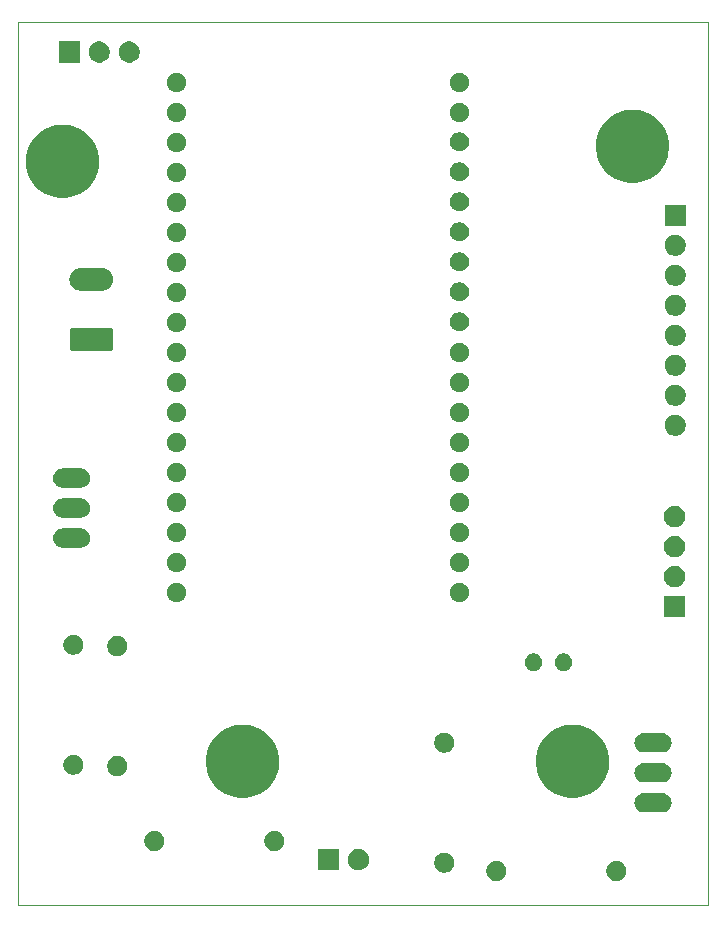
<source format=gbr>
G04 #@! TF.GenerationSoftware,KiCad,Pcbnew,5.1.5+dfsg1-2build2*
G04 #@! TF.CreationDate,2020-10-23T17:48:02-04:00*
G04 #@! TF.ProjectId,placa_manutencao_preventiva,706c6163-615f-46d6-916e-7574656e6361,rev?*
G04 #@! TF.SameCoordinates,Original*
G04 #@! TF.FileFunction,Soldermask,Bot*
G04 #@! TF.FilePolarity,Negative*
%FSLAX46Y46*%
G04 Gerber Fmt 4.6, Leading zero omitted, Abs format (unit mm)*
G04 Created by KiCad (PCBNEW 5.1.5+dfsg1-2build2) date 2020-10-23 17:48:02*
%MOMM*%
%LPD*%
G04 APERTURE LIST*
%ADD10C,0.050000*%
%ADD11C,0.100000*%
G04 APERTURE END LIST*
D10*
X77673200Y-14935200D02*
X77673200Y-15290800D01*
X77876400Y-14935200D02*
X77673200Y-14935200D01*
X136093200Y-14935200D02*
X77876400Y-14935200D01*
X136093200Y-89662000D02*
X136093200Y-14935200D01*
X77673200Y-89662000D02*
X136093200Y-89662000D01*
X77673200Y-15290800D02*
X77673200Y-89662000D01*
D11*
G36*
X128619828Y-85998903D02*
G01*
X128774700Y-86063053D01*
X128914081Y-86156185D01*
X129032615Y-86274719D01*
X129125747Y-86414100D01*
X129189897Y-86568972D01*
X129222600Y-86733384D01*
X129222600Y-86901016D01*
X129189897Y-87065428D01*
X129125747Y-87220300D01*
X129032615Y-87359681D01*
X128914081Y-87478215D01*
X128774700Y-87571347D01*
X128619828Y-87635497D01*
X128455416Y-87668200D01*
X128287784Y-87668200D01*
X128123372Y-87635497D01*
X127968500Y-87571347D01*
X127829119Y-87478215D01*
X127710585Y-87359681D01*
X127617453Y-87220300D01*
X127553303Y-87065428D01*
X127520600Y-86901016D01*
X127520600Y-86733384D01*
X127553303Y-86568972D01*
X127617453Y-86414100D01*
X127710585Y-86274719D01*
X127829119Y-86156185D01*
X127968500Y-86063053D01*
X128123372Y-85998903D01*
X128287784Y-85966200D01*
X128455416Y-85966200D01*
X128619828Y-85998903D01*
G37*
G36*
X118459828Y-85998903D02*
G01*
X118614700Y-86063053D01*
X118754081Y-86156185D01*
X118872615Y-86274719D01*
X118965747Y-86414100D01*
X119029897Y-86568972D01*
X119062600Y-86733384D01*
X119062600Y-86901016D01*
X119029897Y-87065428D01*
X118965747Y-87220300D01*
X118872615Y-87359681D01*
X118754081Y-87478215D01*
X118614700Y-87571347D01*
X118459828Y-87635497D01*
X118295416Y-87668200D01*
X118127784Y-87668200D01*
X117963372Y-87635497D01*
X117808500Y-87571347D01*
X117669119Y-87478215D01*
X117550585Y-87359681D01*
X117457453Y-87220300D01*
X117393303Y-87065428D01*
X117360600Y-86901016D01*
X117360600Y-86733384D01*
X117393303Y-86568972D01*
X117457453Y-86414100D01*
X117550585Y-86274719D01*
X117669119Y-86156185D01*
X117808500Y-86063053D01*
X117963372Y-85998903D01*
X118127784Y-85966200D01*
X118295416Y-85966200D01*
X118459828Y-85998903D01*
G37*
G36*
X114040228Y-85287703D02*
G01*
X114195100Y-85351853D01*
X114334481Y-85444985D01*
X114453015Y-85563519D01*
X114546147Y-85702900D01*
X114610297Y-85857772D01*
X114643000Y-86022184D01*
X114643000Y-86189816D01*
X114610297Y-86354228D01*
X114546147Y-86509100D01*
X114453015Y-86648481D01*
X114334481Y-86767015D01*
X114195100Y-86860147D01*
X114040228Y-86924297D01*
X113875816Y-86957000D01*
X113708184Y-86957000D01*
X113543772Y-86924297D01*
X113388900Y-86860147D01*
X113249519Y-86767015D01*
X113130985Y-86648481D01*
X113037853Y-86509100D01*
X112973703Y-86354228D01*
X112941000Y-86189816D01*
X112941000Y-86022184D01*
X112973703Y-85857772D01*
X113037853Y-85702900D01*
X113130985Y-85563519D01*
X113249519Y-85444985D01*
X113388900Y-85351853D01*
X113543772Y-85287703D01*
X113708184Y-85255000D01*
X113875816Y-85255000D01*
X114040228Y-85287703D01*
G37*
G36*
X106641112Y-84955927D02*
G01*
X106790412Y-84985624D01*
X106954384Y-85053544D01*
X107101954Y-85152147D01*
X107227453Y-85277646D01*
X107326056Y-85425216D01*
X107393976Y-85589188D01*
X107428600Y-85763259D01*
X107428600Y-85940741D01*
X107393976Y-86114812D01*
X107326056Y-86278784D01*
X107227453Y-86426354D01*
X107101954Y-86551853D01*
X106954384Y-86650456D01*
X106790412Y-86718376D01*
X106641112Y-86748073D01*
X106616342Y-86753000D01*
X106438858Y-86753000D01*
X106414088Y-86748073D01*
X106264788Y-86718376D01*
X106100816Y-86650456D01*
X105953246Y-86551853D01*
X105827747Y-86426354D01*
X105729144Y-86278784D01*
X105661224Y-86114812D01*
X105626600Y-85940741D01*
X105626600Y-85763259D01*
X105661224Y-85589188D01*
X105729144Y-85425216D01*
X105827747Y-85277646D01*
X105953246Y-85152147D01*
X106100816Y-85053544D01*
X106264788Y-84985624D01*
X106414088Y-84955927D01*
X106438858Y-84951000D01*
X106616342Y-84951000D01*
X106641112Y-84955927D01*
G37*
G36*
X104888600Y-86753000D02*
G01*
X103086600Y-86753000D01*
X103086600Y-84951000D01*
X104888600Y-84951000D01*
X104888600Y-86753000D01*
G37*
G36*
X99663828Y-83458903D02*
G01*
X99818700Y-83523053D01*
X99958081Y-83616185D01*
X100076615Y-83734719D01*
X100169747Y-83874100D01*
X100233897Y-84028972D01*
X100266600Y-84193384D01*
X100266600Y-84361016D01*
X100233897Y-84525428D01*
X100169747Y-84680300D01*
X100076615Y-84819681D01*
X99958081Y-84938215D01*
X99818700Y-85031347D01*
X99663828Y-85095497D01*
X99499416Y-85128200D01*
X99331784Y-85128200D01*
X99167372Y-85095497D01*
X99012500Y-85031347D01*
X98873119Y-84938215D01*
X98754585Y-84819681D01*
X98661453Y-84680300D01*
X98597303Y-84525428D01*
X98564600Y-84361016D01*
X98564600Y-84193384D01*
X98597303Y-84028972D01*
X98661453Y-83874100D01*
X98754585Y-83734719D01*
X98873119Y-83616185D01*
X99012500Y-83523053D01*
X99167372Y-83458903D01*
X99331784Y-83426200D01*
X99499416Y-83426200D01*
X99663828Y-83458903D01*
G37*
G36*
X89503828Y-83458903D02*
G01*
X89658700Y-83523053D01*
X89798081Y-83616185D01*
X89916615Y-83734719D01*
X90009747Y-83874100D01*
X90073897Y-84028972D01*
X90106600Y-84193384D01*
X90106600Y-84361016D01*
X90073897Y-84525428D01*
X90009747Y-84680300D01*
X89916615Y-84819681D01*
X89798081Y-84938215D01*
X89658700Y-85031347D01*
X89503828Y-85095497D01*
X89339416Y-85128200D01*
X89171784Y-85128200D01*
X89007372Y-85095497D01*
X88852500Y-85031347D01*
X88713119Y-84938215D01*
X88594585Y-84819681D01*
X88501453Y-84680300D01*
X88437303Y-84525428D01*
X88404600Y-84361016D01*
X88404600Y-84193384D01*
X88437303Y-84028972D01*
X88501453Y-83874100D01*
X88594585Y-83734719D01*
X88713119Y-83616185D01*
X88852500Y-83523053D01*
X89007372Y-83458903D01*
X89171784Y-83426200D01*
X89339416Y-83426200D01*
X89503828Y-83458903D01*
G37*
G36*
X132312147Y-80216921D02*
G01*
X132391776Y-80224764D01*
X132534257Y-80267985D01*
X132545030Y-80271253D01*
X132686263Y-80346744D01*
X132810059Y-80448341D01*
X132911656Y-80572137D01*
X132987147Y-80713370D01*
X132987148Y-80713373D01*
X133033636Y-80866624D01*
X133049333Y-81026000D01*
X133033636Y-81185376D01*
X132987148Y-81338627D01*
X132987147Y-81338630D01*
X132911656Y-81479863D01*
X132810059Y-81603659D01*
X132686263Y-81705256D01*
X132545030Y-81780747D01*
X132545027Y-81780748D01*
X132391776Y-81827236D01*
X132312147Y-81835079D01*
X132272334Y-81839000D01*
X130668466Y-81839000D01*
X130628653Y-81835079D01*
X130549024Y-81827236D01*
X130395773Y-81780748D01*
X130395770Y-81780747D01*
X130254537Y-81705256D01*
X130130741Y-81603659D01*
X130029144Y-81479863D01*
X129953653Y-81338630D01*
X129953652Y-81338627D01*
X129907164Y-81185376D01*
X129891467Y-81026000D01*
X129907164Y-80866624D01*
X129953652Y-80713373D01*
X129953653Y-80713370D01*
X130029144Y-80572137D01*
X130130741Y-80448341D01*
X130254537Y-80346744D01*
X130395770Y-80271253D01*
X130406543Y-80267985D01*
X130549024Y-80224764D01*
X130628653Y-80216921D01*
X130668466Y-80213000D01*
X132272334Y-80213000D01*
X132312147Y-80216921D01*
G37*
G36*
X125267980Y-74480365D02*
G01*
X125567437Y-74539931D01*
X126131601Y-74773615D01*
X126639335Y-75112872D01*
X127071128Y-75544665D01*
X127410385Y-76052399D01*
X127644069Y-76616563D01*
X127673455Y-76764297D01*
X127763200Y-77215475D01*
X127763200Y-77826125D01*
X127713929Y-78073828D01*
X127644069Y-78425037D01*
X127410385Y-78989201D01*
X127071128Y-79496935D01*
X126639335Y-79928728D01*
X126131601Y-80267985D01*
X125567437Y-80501669D01*
X125267980Y-80561235D01*
X124968525Y-80620800D01*
X124357875Y-80620800D01*
X124058420Y-80561235D01*
X123758963Y-80501669D01*
X123194799Y-80267985D01*
X122687065Y-79928728D01*
X122255272Y-79496935D01*
X121916015Y-78989201D01*
X121682331Y-78425037D01*
X121612471Y-78073828D01*
X121563200Y-77826125D01*
X121563200Y-77215475D01*
X121652945Y-76764297D01*
X121682331Y-76616563D01*
X121916015Y-76052399D01*
X122255272Y-75544665D01*
X122687065Y-75112872D01*
X123194799Y-74773615D01*
X123758963Y-74539931D01*
X124058420Y-74480365D01*
X124357875Y-74420800D01*
X124968525Y-74420800D01*
X125267980Y-74480365D01*
G37*
G36*
X97327980Y-74480365D02*
G01*
X97627437Y-74539931D01*
X98191601Y-74773615D01*
X98699335Y-75112872D01*
X99131128Y-75544665D01*
X99470385Y-76052399D01*
X99704069Y-76616563D01*
X99733455Y-76764297D01*
X99823200Y-77215475D01*
X99823200Y-77826125D01*
X99773929Y-78073828D01*
X99704069Y-78425037D01*
X99470385Y-78989201D01*
X99131128Y-79496935D01*
X98699335Y-79928728D01*
X98191601Y-80267985D01*
X97627437Y-80501669D01*
X97327980Y-80561235D01*
X97028525Y-80620800D01*
X96417875Y-80620800D01*
X96118420Y-80561235D01*
X95818963Y-80501669D01*
X95254799Y-80267985D01*
X94747065Y-79928728D01*
X94315272Y-79496935D01*
X93976015Y-78989201D01*
X93742331Y-78425037D01*
X93672471Y-78073828D01*
X93623200Y-77826125D01*
X93623200Y-77215475D01*
X93712945Y-76764297D01*
X93742331Y-76616563D01*
X93976015Y-76052399D01*
X94315272Y-75544665D01*
X94747065Y-75112872D01*
X95254799Y-74773615D01*
X95818963Y-74539931D01*
X96118420Y-74480365D01*
X96417875Y-74420800D01*
X97028525Y-74420800D01*
X97327980Y-74480365D01*
G37*
G36*
X132312147Y-77676921D02*
G01*
X132391776Y-77684764D01*
X132545027Y-77731252D01*
X132545030Y-77731253D01*
X132686263Y-77806744D01*
X132810059Y-77908341D01*
X132911656Y-78032137D01*
X132987147Y-78173370D01*
X132987148Y-78173373D01*
X133033636Y-78326624D01*
X133049333Y-78486000D01*
X133033636Y-78645376D01*
X132993344Y-78778200D01*
X132987147Y-78798630D01*
X132911656Y-78939863D01*
X132810059Y-79063659D01*
X132686263Y-79165256D01*
X132545030Y-79240747D01*
X132545027Y-79240748D01*
X132391776Y-79287236D01*
X132312147Y-79295079D01*
X132272334Y-79299000D01*
X130668466Y-79299000D01*
X130628653Y-79295079D01*
X130549024Y-79287236D01*
X130395773Y-79240748D01*
X130395770Y-79240747D01*
X130254537Y-79165256D01*
X130130741Y-79063659D01*
X130029144Y-78939863D01*
X129953653Y-78798630D01*
X129947456Y-78778200D01*
X129907164Y-78645376D01*
X129891467Y-78486000D01*
X129907164Y-78326624D01*
X129953652Y-78173373D01*
X129953653Y-78173370D01*
X130029144Y-78032137D01*
X130130741Y-77908341D01*
X130254537Y-77806744D01*
X130395770Y-77731253D01*
X130395773Y-77731252D01*
X130549024Y-77684764D01*
X130628653Y-77676921D01*
X130668466Y-77673000D01*
X132272334Y-77673000D01*
X132312147Y-77676921D01*
G37*
G36*
X86354228Y-77108903D02*
G01*
X86509100Y-77173053D01*
X86648481Y-77266185D01*
X86767015Y-77384719D01*
X86860147Y-77524100D01*
X86924297Y-77678972D01*
X86957000Y-77843384D01*
X86957000Y-78011016D01*
X86924297Y-78175428D01*
X86860147Y-78330300D01*
X86767015Y-78469681D01*
X86648481Y-78588215D01*
X86509100Y-78681347D01*
X86354228Y-78745497D01*
X86189816Y-78778200D01*
X86022184Y-78778200D01*
X85857772Y-78745497D01*
X85702900Y-78681347D01*
X85563519Y-78588215D01*
X85444985Y-78469681D01*
X85351853Y-78330300D01*
X85287703Y-78175428D01*
X85255000Y-78011016D01*
X85255000Y-77843384D01*
X85287703Y-77678972D01*
X85351853Y-77524100D01*
X85444985Y-77384719D01*
X85563519Y-77266185D01*
X85702900Y-77173053D01*
X85857772Y-77108903D01*
X86022184Y-77076200D01*
X86189816Y-77076200D01*
X86354228Y-77108903D01*
G37*
G36*
X82645828Y-77007303D02*
G01*
X82800700Y-77071453D01*
X82940081Y-77164585D01*
X83058615Y-77283119D01*
X83151747Y-77422500D01*
X83215897Y-77577372D01*
X83248600Y-77741784D01*
X83248600Y-77909416D01*
X83215897Y-78073828D01*
X83151747Y-78228700D01*
X83058615Y-78368081D01*
X82940081Y-78486615D01*
X82800700Y-78579747D01*
X82645828Y-78643897D01*
X82481416Y-78676600D01*
X82313784Y-78676600D01*
X82149372Y-78643897D01*
X81994500Y-78579747D01*
X81855119Y-78486615D01*
X81736585Y-78368081D01*
X81643453Y-78228700D01*
X81579303Y-78073828D01*
X81546600Y-77909416D01*
X81546600Y-77741784D01*
X81579303Y-77577372D01*
X81643453Y-77422500D01*
X81736585Y-77283119D01*
X81855119Y-77164585D01*
X81994500Y-77071453D01*
X82149372Y-77007303D01*
X82313784Y-76974600D01*
X82481416Y-76974600D01*
X82645828Y-77007303D01*
G37*
G36*
X114040228Y-75127703D02*
G01*
X114195100Y-75191853D01*
X114334481Y-75284985D01*
X114453015Y-75403519D01*
X114546147Y-75542900D01*
X114610297Y-75697772D01*
X114643000Y-75862184D01*
X114643000Y-76029816D01*
X114610297Y-76194228D01*
X114546147Y-76349100D01*
X114453015Y-76488481D01*
X114334481Y-76607015D01*
X114195100Y-76700147D01*
X114040228Y-76764297D01*
X113875816Y-76797000D01*
X113708184Y-76797000D01*
X113543772Y-76764297D01*
X113388900Y-76700147D01*
X113249519Y-76607015D01*
X113130985Y-76488481D01*
X113037853Y-76349100D01*
X112973703Y-76194228D01*
X112941000Y-76029816D01*
X112941000Y-75862184D01*
X112973703Y-75697772D01*
X113037853Y-75542900D01*
X113130985Y-75403519D01*
X113249519Y-75284985D01*
X113388900Y-75191853D01*
X113543772Y-75127703D01*
X113708184Y-75095000D01*
X113875816Y-75095000D01*
X114040228Y-75127703D01*
G37*
G36*
X132312147Y-75136921D02*
G01*
X132391776Y-75144764D01*
X132545027Y-75191252D01*
X132545030Y-75191253D01*
X132686263Y-75266744D01*
X132810059Y-75368341D01*
X132911656Y-75492137D01*
X132987147Y-75633370D01*
X132987148Y-75633373D01*
X133033636Y-75786624D01*
X133049333Y-75946000D01*
X133033636Y-76105376D01*
X133006683Y-76194228D01*
X132987147Y-76258630D01*
X132911656Y-76399863D01*
X132810059Y-76523659D01*
X132686263Y-76625256D01*
X132545030Y-76700747D01*
X132545027Y-76700748D01*
X132391776Y-76747236D01*
X132312147Y-76755079D01*
X132272334Y-76759000D01*
X130668466Y-76759000D01*
X130628653Y-76755079D01*
X130549024Y-76747236D01*
X130395773Y-76700748D01*
X130395770Y-76700747D01*
X130254537Y-76625256D01*
X130130741Y-76523659D01*
X130029144Y-76399863D01*
X129953653Y-76258630D01*
X129934117Y-76194228D01*
X129907164Y-76105376D01*
X129891467Y-75946000D01*
X129907164Y-75786624D01*
X129953652Y-75633373D01*
X129953653Y-75633370D01*
X130029144Y-75492137D01*
X130130741Y-75368341D01*
X130254537Y-75266744D01*
X130395770Y-75191253D01*
X130395773Y-75191252D01*
X130549024Y-75144764D01*
X130628653Y-75136921D01*
X130668466Y-75133000D01*
X132272334Y-75133000D01*
X132312147Y-75136921D01*
G37*
G36*
X124120259Y-68416660D02*
G01*
X124256932Y-68473272D01*
X124379935Y-68555460D01*
X124484540Y-68660065D01*
X124566728Y-68783068D01*
X124623340Y-68919741D01*
X124652200Y-69064833D01*
X124652200Y-69212767D01*
X124623340Y-69357859D01*
X124566728Y-69494532D01*
X124484540Y-69617535D01*
X124379935Y-69722140D01*
X124256932Y-69804328D01*
X124256931Y-69804329D01*
X124256930Y-69804329D01*
X124120259Y-69860940D01*
X123975168Y-69889800D01*
X123827232Y-69889800D01*
X123682141Y-69860940D01*
X123545470Y-69804329D01*
X123545469Y-69804329D01*
X123545468Y-69804328D01*
X123422465Y-69722140D01*
X123317860Y-69617535D01*
X123235672Y-69494532D01*
X123179060Y-69357859D01*
X123150200Y-69212767D01*
X123150200Y-69064833D01*
X123179060Y-68919741D01*
X123235672Y-68783068D01*
X123317860Y-68660065D01*
X123422465Y-68555460D01*
X123545468Y-68473272D01*
X123682141Y-68416660D01*
X123827232Y-68387800D01*
X123975168Y-68387800D01*
X124120259Y-68416660D01*
G37*
G36*
X121580259Y-68416660D02*
G01*
X121716932Y-68473272D01*
X121839935Y-68555460D01*
X121944540Y-68660065D01*
X122026728Y-68783068D01*
X122083340Y-68919741D01*
X122112200Y-69064833D01*
X122112200Y-69212767D01*
X122083340Y-69357859D01*
X122026728Y-69494532D01*
X121944540Y-69617535D01*
X121839935Y-69722140D01*
X121716932Y-69804328D01*
X121716931Y-69804329D01*
X121716930Y-69804329D01*
X121580259Y-69860940D01*
X121435168Y-69889800D01*
X121287232Y-69889800D01*
X121142141Y-69860940D01*
X121005470Y-69804329D01*
X121005469Y-69804329D01*
X121005468Y-69804328D01*
X120882465Y-69722140D01*
X120777860Y-69617535D01*
X120695672Y-69494532D01*
X120639060Y-69357859D01*
X120610200Y-69212767D01*
X120610200Y-69064833D01*
X120639060Y-68919741D01*
X120695672Y-68783068D01*
X120777860Y-68660065D01*
X120882465Y-68555460D01*
X121005468Y-68473272D01*
X121142141Y-68416660D01*
X121287232Y-68387800D01*
X121435168Y-68387800D01*
X121580259Y-68416660D01*
G37*
G36*
X86354228Y-66948903D02*
G01*
X86509100Y-67013053D01*
X86648481Y-67106185D01*
X86767015Y-67224719D01*
X86860147Y-67364100D01*
X86924297Y-67518972D01*
X86957000Y-67683384D01*
X86957000Y-67851016D01*
X86924297Y-68015428D01*
X86860147Y-68170300D01*
X86767015Y-68309681D01*
X86648481Y-68428215D01*
X86509100Y-68521347D01*
X86354228Y-68585497D01*
X86189816Y-68618200D01*
X86022184Y-68618200D01*
X85857772Y-68585497D01*
X85702900Y-68521347D01*
X85563519Y-68428215D01*
X85444985Y-68309681D01*
X85351853Y-68170300D01*
X85287703Y-68015428D01*
X85255000Y-67851016D01*
X85255000Y-67683384D01*
X85287703Y-67518972D01*
X85351853Y-67364100D01*
X85444985Y-67224719D01*
X85563519Y-67106185D01*
X85702900Y-67013053D01*
X85857772Y-66948903D01*
X86022184Y-66916200D01*
X86189816Y-66916200D01*
X86354228Y-66948903D01*
G37*
G36*
X82645828Y-66847303D02*
G01*
X82800700Y-66911453D01*
X82940081Y-67004585D01*
X83058615Y-67123119D01*
X83151747Y-67262500D01*
X83215897Y-67417372D01*
X83248600Y-67581784D01*
X83248600Y-67749416D01*
X83215897Y-67913828D01*
X83151747Y-68068700D01*
X83058615Y-68208081D01*
X82940081Y-68326615D01*
X82800700Y-68419747D01*
X82645828Y-68483897D01*
X82481416Y-68516600D01*
X82313784Y-68516600D01*
X82149372Y-68483897D01*
X81994500Y-68419747D01*
X81855119Y-68326615D01*
X81736585Y-68208081D01*
X81643453Y-68068700D01*
X81579303Y-67913828D01*
X81546600Y-67749416D01*
X81546600Y-67581784D01*
X81579303Y-67417372D01*
X81643453Y-67262500D01*
X81736585Y-67123119D01*
X81855119Y-67004585D01*
X81994500Y-66911453D01*
X82149372Y-66847303D01*
X82313784Y-66814600D01*
X82481416Y-66814600D01*
X82645828Y-66847303D01*
G37*
G36*
X134200200Y-65315400D02*
G01*
X132398200Y-65315400D01*
X132398200Y-63513400D01*
X134200200Y-63513400D01*
X134200200Y-65315400D01*
G37*
G36*
X115311842Y-62464242D02*
G01*
X115459801Y-62525529D01*
X115592955Y-62614499D01*
X115706201Y-62727745D01*
X115795171Y-62860899D01*
X115856458Y-63008858D01*
X115887700Y-63165925D01*
X115887700Y-63326075D01*
X115856458Y-63483142D01*
X115795171Y-63631101D01*
X115706201Y-63764255D01*
X115592955Y-63877501D01*
X115459801Y-63966471D01*
X115311842Y-64027758D01*
X115154775Y-64059000D01*
X114994625Y-64059000D01*
X114837558Y-64027758D01*
X114689599Y-63966471D01*
X114556445Y-63877501D01*
X114443199Y-63764255D01*
X114354229Y-63631101D01*
X114292942Y-63483142D01*
X114261700Y-63326075D01*
X114261700Y-63165925D01*
X114292942Y-63008858D01*
X114354229Y-62860899D01*
X114443199Y-62727745D01*
X114556445Y-62614499D01*
X114689599Y-62525529D01*
X114837558Y-62464242D01*
X114994625Y-62433000D01*
X115154775Y-62433000D01*
X115311842Y-62464242D01*
G37*
G36*
X91372342Y-62464242D02*
G01*
X91520301Y-62525529D01*
X91653455Y-62614499D01*
X91766701Y-62727745D01*
X91855671Y-62860899D01*
X91916958Y-63008858D01*
X91948200Y-63165925D01*
X91948200Y-63326075D01*
X91916958Y-63483142D01*
X91855671Y-63631101D01*
X91766701Y-63764255D01*
X91653455Y-63877501D01*
X91520301Y-63966471D01*
X91372342Y-64027758D01*
X91215275Y-64059000D01*
X91055125Y-64059000D01*
X90898058Y-64027758D01*
X90750099Y-63966471D01*
X90616945Y-63877501D01*
X90503699Y-63764255D01*
X90414729Y-63631101D01*
X90353442Y-63483142D01*
X90322200Y-63326075D01*
X90322200Y-63165925D01*
X90353442Y-63008858D01*
X90414729Y-62860899D01*
X90503699Y-62727745D01*
X90616945Y-62614499D01*
X90750099Y-62525529D01*
X90898058Y-62464242D01*
X91055125Y-62433000D01*
X91215275Y-62433000D01*
X91372342Y-62464242D01*
G37*
G36*
X133412712Y-60978327D02*
G01*
X133562012Y-61008024D01*
X133725984Y-61075944D01*
X133873554Y-61174547D01*
X133999053Y-61300046D01*
X134097656Y-61447616D01*
X134165576Y-61611588D01*
X134200200Y-61785659D01*
X134200200Y-61963141D01*
X134165576Y-62137212D01*
X134097656Y-62301184D01*
X133999053Y-62448754D01*
X133873554Y-62574253D01*
X133725984Y-62672856D01*
X133562012Y-62740776D01*
X133412712Y-62770473D01*
X133387942Y-62775400D01*
X133210458Y-62775400D01*
X133185688Y-62770473D01*
X133036388Y-62740776D01*
X132872416Y-62672856D01*
X132724846Y-62574253D01*
X132599347Y-62448754D01*
X132500744Y-62301184D01*
X132432824Y-62137212D01*
X132398200Y-61963141D01*
X132398200Y-61785659D01*
X132432824Y-61611588D01*
X132500744Y-61447616D01*
X132599347Y-61300046D01*
X132724846Y-61174547D01*
X132872416Y-61075944D01*
X133036388Y-61008024D01*
X133185688Y-60978327D01*
X133210458Y-60973400D01*
X133387942Y-60973400D01*
X133412712Y-60978327D01*
G37*
G36*
X91372342Y-59924242D02*
G01*
X91520301Y-59985529D01*
X91653455Y-60074499D01*
X91766701Y-60187745D01*
X91855671Y-60320899D01*
X91916958Y-60468858D01*
X91948200Y-60625925D01*
X91948200Y-60786075D01*
X91916958Y-60943142D01*
X91855671Y-61091101D01*
X91766701Y-61224255D01*
X91653455Y-61337501D01*
X91520301Y-61426471D01*
X91372342Y-61487758D01*
X91215275Y-61519000D01*
X91055125Y-61519000D01*
X90898058Y-61487758D01*
X90750099Y-61426471D01*
X90616945Y-61337501D01*
X90503699Y-61224255D01*
X90414729Y-61091101D01*
X90353442Y-60943142D01*
X90322200Y-60786075D01*
X90322200Y-60625925D01*
X90353442Y-60468858D01*
X90414729Y-60320899D01*
X90503699Y-60187745D01*
X90616945Y-60074499D01*
X90750099Y-59985529D01*
X90898058Y-59924242D01*
X91055125Y-59893000D01*
X91215275Y-59893000D01*
X91372342Y-59924242D01*
G37*
G36*
X115311842Y-59924242D02*
G01*
X115459801Y-59985529D01*
X115592955Y-60074499D01*
X115706201Y-60187745D01*
X115795171Y-60320899D01*
X115856458Y-60468858D01*
X115887700Y-60625925D01*
X115887700Y-60786075D01*
X115856458Y-60943142D01*
X115795171Y-61091101D01*
X115706201Y-61224255D01*
X115592955Y-61337501D01*
X115459801Y-61426471D01*
X115311842Y-61487758D01*
X115154775Y-61519000D01*
X114994625Y-61519000D01*
X114837558Y-61487758D01*
X114689599Y-61426471D01*
X114556445Y-61337501D01*
X114443199Y-61224255D01*
X114354229Y-61091101D01*
X114292942Y-60943142D01*
X114261700Y-60786075D01*
X114261700Y-60625925D01*
X114292942Y-60468858D01*
X114354229Y-60320899D01*
X114443199Y-60187745D01*
X114556445Y-60074499D01*
X114689599Y-59985529D01*
X114837558Y-59924242D01*
X114994625Y-59893000D01*
X115154775Y-59893000D01*
X115311842Y-59924242D01*
G37*
G36*
X133412712Y-58438327D02*
G01*
X133562012Y-58468024D01*
X133725984Y-58535944D01*
X133873554Y-58634547D01*
X133999053Y-58760046D01*
X134097656Y-58907616D01*
X134165576Y-59071588D01*
X134191289Y-59200859D01*
X134200200Y-59245658D01*
X134200200Y-59423142D01*
X134195273Y-59447912D01*
X134165576Y-59597212D01*
X134097656Y-59761184D01*
X133999053Y-59908754D01*
X133873554Y-60034253D01*
X133725984Y-60132856D01*
X133562012Y-60200776D01*
X133412712Y-60230473D01*
X133387942Y-60235400D01*
X133210458Y-60235400D01*
X133185688Y-60230473D01*
X133036388Y-60200776D01*
X132872416Y-60132856D01*
X132724846Y-60034253D01*
X132599347Y-59908754D01*
X132500744Y-59761184D01*
X132432824Y-59597212D01*
X132403127Y-59447912D01*
X132398200Y-59423142D01*
X132398200Y-59245658D01*
X132407111Y-59200859D01*
X132432824Y-59071588D01*
X132500744Y-58907616D01*
X132599347Y-58760046D01*
X132724846Y-58634547D01*
X132872416Y-58535944D01*
X133036388Y-58468024D01*
X133185688Y-58438327D01*
X133210458Y-58433400D01*
X133387942Y-58433400D01*
X133412712Y-58438327D01*
G37*
G36*
X83086947Y-57814121D02*
G01*
X83166576Y-57821964D01*
X83319827Y-57868452D01*
X83319830Y-57868453D01*
X83461063Y-57943944D01*
X83584859Y-58045541D01*
X83686456Y-58169337D01*
X83761947Y-58310570D01*
X83761948Y-58310573D01*
X83808436Y-58463824D01*
X83824133Y-58623200D01*
X83808436Y-58782576D01*
X83770505Y-58907618D01*
X83761947Y-58935830D01*
X83686456Y-59077063D01*
X83584859Y-59200859D01*
X83461063Y-59302456D01*
X83319830Y-59377947D01*
X83319827Y-59377948D01*
X83166576Y-59424436D01*
X83086947Y-59432279D01*
X83047134Y-59436200D01*
X81443266Y-59436200D01*
X81403453Y-59432279D01*
X81323824Y-59424436D01*
X81170573Y-59377948D01*
X81170570Y-59377947D01*
X81029337Y-59302456D01*
X80905541Y-59200859D01*
X80803944Y-59077063D01*
X80728453Y-58935830D01*
X80719895Y-58907618D01*
X80681964Y-58782576D01*
X80666267Y-58623200D01*
X80681964Y-58463824D01*
X80728452Y-58310573D01*
X80728453Y-58310570D01*
X80803944Y-58169337D01*
X80905541Y-58045541D01*
X81029337Y-57943944D01*
X81170570Y-57868453D01*
X81170573Y-57868452D01*
X81323824Y-57821964D01*
X81403453Y-57814121D01*
X81443266Y-57810200D01*
X83047134Y-57810200D01*
X83086947Y-57814121D01*
G37*
G36*
X115311842Y-57384242D02*
G01*
X115459801Y-57445529D01*
X115592955Y-57534499D01*
X115706201Y-57647745D01*
X115795171Y-57780899D01*
X115856458Y-57928858D01*
X115887700Y-58085925D01*
X115887700Y-58246075D01*
X115856458Y-58403142D01*
X115795171Y-58551101D01*
X115706201Y-58684255D01*
X115592955Y-58797501D01*
X115459801Y-58886471D01*
X115311842Y-58947758D01*
X115154775Y-58979000D01*
X114994625Y-58979000D01*
X114837558Y-58947758D01*
X114689599Y-58886471D01*
X114556445Y-58797501D01*
X114443199Y-58684255D01*
X114354229Y-58551101D01*
X114292942Y-58403142D01*
X114261700Y-58246075D01*
X114261700Y-58085925D01*
X114292942Y-57928858D01*
X114354229Y-57780899D01*
X114443199Y-57647745D01*
X114556445Y-57534499D01*
X114689599Y-57445529D01*
X114837558Y-57384242D01*
X114994625Y-57353000D01*
X115154775Y-57353000D01*
X115311842Y-57384242D01*
G37*
G36*
X91372342Y-57384242D02*
G01*
X91520301Y-57445529D01*
X91653455Y-57534499D01*
X91766701Y-57647745D01*
X91855671Y-57780899D01*
X91916958Y-57928858D01*
X91948200Y-58085925D01*
X91948200Y-58246075D01*
X91916958Y-58403142D01*
X91855671Y-58551101D01*
X91766701Y-58684255D01*
X91653455Y-58797501D01*
X91520301Y-58886471D01*
X91372342Y-58947758D01*
X91215275Y-58979000D01*
X91055125Y-58979000D01*
X90898058Y-58947758D01*
X90750099Y-58886471D01*
X90616945Y-58797501D01*
X90503699Y-58684255D01*
X90414729Y-58551101D01*
X90353442Y-58403142D01*
X90322200Y-58246075D01*
X90322200Y-58085925D01*
X90353442Y-57928858D01*
X90414729Y-57780899D01*
X90503699Y-57647745D01*
X90616945Y-57534499D01*
X90750099Y-57445529D01*
X90898058Y-57384242D01*
X91055125Y-57353000D01*
X91215275Y-57353000D01*
X91372342Y-57384242D01*
G37*
G36*
X133412712Y-55898327D02*
G01*
X133562012Y-55928024D01*
X133725984Y-55995944D01*
X133873554Y-56094547D01*
X133999053Y-56220046D01*
X134097656Y-56367616D01*
X134165576Y-56531588D01*
X134191289Y-56660859D01*
X134200200Y-56705658D01*
X134200200Y-56883142D01*
X134195273Y-56907912D01*
X134165576Y-57057212D01*
X134097656Y-57221184D01*
X133999053Y-57368754D01*
X133873554Y-57494253D01*
X133725984Y-57592856D01*
X133562012Y-57660776D01*
X133412712Y-57690473D01*
X133387942Y-57695400D01*
X133210458Y-57695400D01*
X133185688Y-57690473D01*
X133036388Y-57660776D01*
X132872416Y-57592856D01*
X132724846Y-57494253D01*
X132599347Y-57368754D01*
X132500744Y-57221184D01*
X132432824Y-57057212D01*
X132403127Y-56907912D01*
X132398200Y-56883142D01*
X132398200Y-56705658D01*
X132407111Y-56660859D01*
X132432824Y-56531588D01*
X132500744Y-56367616D01*
X132599347Y-56220046D01*
X132724846Y-56094547D01*
X132872416Y-55995944D01*
X133036388Y-55928024D01*
X133185688Y-55898327D01*
X133210458Y-55893400D01*
X133387942Y-55893400D01*
X133412712Y-55898327D01*
G37*
G36*
X83086947Y-55274121D02*
G01*
X83166576Y-55281964D01*
X83319827Y-55328452D01*
X83319830Y-55328453D01*
X83461063Y-55403944D01*
X83584859Y-55505541D01*
X83686456Y-55629337D01*
X83761947Y-55770570D01*
X83761948Y-55770573D01*
X83808436Y-55923824D01*
X83824133Y-56083200D01*
X83808436Y-56242576D01*
X83770505Y-56367618D01*
X83761947Y-56395830D01*
X83686456Y-56537063D01*
X83584859Y-56660859D01*
X83461063Y-56762456D01*
X83319830Y-56837947D01*
X83319827Y-56837948D01*
X83166576Y-56884436D01*
X83086947Y-56892279D01*
X83047134Y-56896200D01*
X81443266Y-56896200D01*
X81403453Y-56892279D01*
X81323824Y-56884436D01*
X81170573Y-56837948D01*
X81170570Y-56837947D01*
X81029337Y-56762456D01*
X80905541Y-56660859D01*
X80803944Y-56537063D01*
X80728453Y-56395830D01*
X80719895Y-56367618D01*
X80681964Y-56242576D01*
X80666267Y-56083200D01*
X80681964Y-55923824D01*
X80728452Y-55770573D01*
X80728453Y-55770570D01*
X80803944Y-55629337D01*
X80905541Y-55505541D01*
X81029337Y-55403944D01*
X81170570Y-55328453D01*
X81170573Y-55328452D01*
X81323824Y-55281964D01*
X81403453Y-55274121D01*
X81443266Y-55270200D01*
X83047134Y-55270200D01*
X83086947Y-55274121D01*
G37*
G36*
X115311842Y-54844242D02*
G01*
X115459801Y-54905529D01*
X115592955Y-54994499D01*
X115706201Y-55107745D01*
X115795171Y-55240899D01*
X115856458Y-55388858D01*
X115887700Y-55545925D01*
X115887700Y-55706075D01*
X115856458Y-55863142D01*
X115795171Y-56011101D01*
X115706201Y-56144255D01*
X115592955Y-56257501D01*
X115459801Y-56346471D01*
X115311842Y-56407758D01*
X115154775Y-56439000D01*
X114994625Y-56439000D01*
X114837558Y-56407758D01*
X114689599Y-56346471D01*
X114556445Y-56257501D01*
X114443199Y-56144255D01*
X114354229Y-56011101D01*
X114292942Y-55863142D01*
X114261700Y-55706075D01*
X114261700Y-55545925D01*
X114292942Y-55388858D01*
X114354229Y-55240899D01*
X114443199Y-55107745D01*
X114556445Y-54994499D01*
X114689599Y-54905529D01*
X114837558Y-54844242D01*
X114994625Y-54813000D01*
X115154775Y-54813000D01*
X115311842Y-54844242D01*
G37*
G36*
X91372342Y-54844242D02*
G01*
X91520301Y-54905529D01*
X91653455Y-54994499D01*
X91766701Y-55107745D01*
X91855671Y-55240899D01*
X91916958Y-55388858D01*
X91948200Y-55545925D01*
X91948200Y-55706075D01*
X91916958Y-55863142D01*
X91855671Y-56011101D01*
X91766701Y-56144255D01*
X91653455Y-56257501D01*
X91520301Y-56346471D01*
X91372342Y-56407758D01*
X91215275Y-56439000D01*
X91055125Y-56439000D01*
X90898058Y-56407758D01*
X90750099Y-56346471D01*
X90616945Y-56257501D01*
X90503699Y-56144255D01*
X90414729Y-56011101D01*
X90353442Y-55863142D01*
X90322200Y-55706075D01*
X90322200Y-55545925D01*
X90353442Y-55388858D01*
X90414729Y-55240899D01*
X90503699Y-55107745D01*
X90616945Y-54994499D01*
X90750099Y-54905529D01*
X90898058Y-54844242D01*
X91055125Y-54813000D01*
X91215275Y-54813000D01*
X91372342Y-54844242D01*
G37*
G36*
X83086947Y-52734121D02*
G01*
X83166576Y-52741964D01*
X83319827Y-52788452D01*
X83319830Y-52788453D01*
X83461063Y-52863944D01*
X83584859Y-52965541D01*
X83686456Y-53089337D01*
X83761947Y-53230570D01*
X83761948Y-53230573D01*
X83808436Y-53383824D01*
X83824133Y-53543200D01*
X83808436Y-53702576D01*
X83776920Y-53806471D01*
X83761947Y-53855830D01*
X83686456Y-53997063D01*
X83584859Y-54120859D01*
X83461063Y-54222456D01*
X83319830Y-54297947D01*
X83319827Y-54297948D01*
X83166576Y-54344436D01*
X83086947Y-54352279D01*
X83047134Y-54356200D01*
X81443266Y-54356200D01*
X81403453Y-54352279D01*
X81323824Y-54344436D01*
X81170573Y-54297948D01*
X81170570Y-54297947D01*
X81029337Y-54222456D01*
X80905541Y-54120859D01*
X80803944Y-53997063D01*
X80728453Y-53855830D01*
X80713480Y-53806471D01*
X80681964Y-53702576D01*
X80666267Y-53543200D01*
X80681964Y-53383824D01*
X80728452Y-53230573D01*
X80728453Y-53230570D01*
X80803944Y-53089337D01*
X80905541Y-52965541D01*
X81029337Y-52863944D01*
X81170570Y-52788453D01*
X81170573Y-52788452D01*
X81323824Y-52741964D01*
X81403453Y-52734121D01*
X81443266Y-52730200D01*
X83047134Y-52730200D01*
X83086947Y-52734121D01*
G37*
G36*
X91372342Y-52304242D02*
G01*
X91520301Y-52365529D01*
X91653455Y-52454499D01*
X91766701Y-52567745D01*
X91855671Y-52700899D01*
X91916958Y-52848858D01*
X91948200Y-53005925D01*
X91948200Y-53166075D01*
X91916958Y-53323142D01*
X91855671Y-53471101D01*
X91766701Y-53604255D01*
X91653455Y-53717501D01*
X91520301Y-53806471D01*
X91372342Y-53867758D01*
X91215275Y-53899000D01*
X91055125Y-53899000D01*
X90898058Y-53867758D01*
X90750099Y-53806471D01*
X90616945Y-53717501D01*
X90503699Y-53604255D01*
X90414729Y-53471101D01*
X90353442Y-53323142D01*
X90322200Y-53166075D01*
X90322200Y-53005925D01*
X90353442Y-52848858D01*
X90414729Y-52700899D01*
X90503699Y-52567745D01*
X90616945Y-52454499D01*
X90750099Y-52365529D01*
X90898058Y-52304242D01*
X91055125Y-52273000D01*
X91215275Y-52273000D01*
X91372342Y-52304242D01*
G37*
G36*
X115311842Y-52304242D02*
G01*
X115459801Y-52365529D01*
X115592955Y-52454499D01*
X115706201Y-52567745D01*
X115795171Y-52700899D01*
X115856458Y-52848858D01*
X115887700Y-53005925D01*
X115887700Y-53166075D01*
X115856458Y-53323142D01*
X115795171Y-53471101D01*
X115706201Y-53604255D01*
X115592955Y-53717501D01*
X115459801Y-53806471D01*
X115311842Y-53867758D01*
X115154775Y-53899000D01*
X114994625Y-53899000D01*
X114837558Y-53867758D01*
X114689599Y-53806471D01*
X114556445Y-53717501D01*
X114443199Y-53604255D01*
X114354229Y-53471101D01*
X114292942Y-53323142D01*
X114261700Y-53166075D01*
X114261700Y-53005925D01*
X114292942Y-52848858D01*
X114354229Y-52700899D01*
X114443199Y-52567745D01*
X114556445Y-52454499D01*
X114689599Y-52365529D01*
X114837558Y-52304242D01*
X114994625Y-52273000D01*
X115154775Y-52273000D01*
X115311842Y-52304242D01*
G37*
G36*
X115311842Y-49764242D02*
G01*
X115459801Y-49825529D01*
X115592955Y-49914499D01*
X115706201Y-50027745D01*
X115795171Y-50160899D01*
X115856458Y-50308858D01*
X115887700Y-50465925D01*
X115887700Y-50626075D01*
X115856458Y-50783142D01*
X115795171Y-50931101D01*
X115706201Y-51064255D01*
X115592955Y-51177501D01*
X115459801Y-51266471D01*
X115311842Y-51327758D01*
X115154775Y-51359000D01*
X114994625Y-51359000D01*
X114837558Y-51327758D01*
X114689599Y-51266471D01*
X114556445Y-51177501D01*
X114443199Y-51064255D01*
X114354229Y-50931101D01*
X114292942Y-50783142D01*
X114261700Y-50626075D01*
X114261700Y-50465925D01*
X114292942Y-50308858D01*
X114354229Y-50160899D01*
X114443199Y-50027745D01*
X114556445Y-49914499D01*
X114689599Y-49825529D01*
X114837558Y-49764242D01*
X114994625Y-49733000D01*
X115154775Y-49733000D01*
X115311842Y-49764242D01*
G37*
G36*
X91372342Y-49764242D02*
G01*
X91520301Y-49825529D01*
X91653455Y-49914499D01*
X91766701Y-50027745D01*
X91855671Y-50160899D01*
X91916958Y-50308858D01*
X91948200Y-50465925D01*
X91948200Y-50626075D01*
X91916958Y-50783142D01*
X91855671Y-50931101D01*
X91766701Y-51064255D01*
X91653455Y-51177501D01*
X91520301Y-51266471D01*
X91372342Y-51327758D01*
X91215275Y-51359000D01*
X91055125Y-51359000D01*
X90898058Y-51327758D01*
X90750099Y-51266471D01*
X90616945Y-51177501D01*
X90503699Y-51064255D01*
X90414729Y-50931101D01*
X90353442Y-50783142D01*
X90322200Y-50626075D01*
X90322200Y-50465925D01*
X90353442Y-50308858D01*
X90414729Y-50160899D01*
X90503699Y-50027745D01*
X90616945Y-49914499D01*
X90750099Y-49825529D01*
X90898058Y-49764242D01*
X91055125Y-49733000D01*
X91215275Y-49733000D01*
X91372342Y-49764242D01*
G37*
G36*
X133463512Y-48176727D02*
G01*
X133612812Y-48206424D01*
X133776784Y-48274344D01*
X133924354Y-48372947D01*
X134049853Y-48498446D01*
X134148456Y-48646016D01*
X134216376Y-48809988D01*
X134251000Y-48984059D01*
X134251000Y-49161541D01*
X134216376Y-49335612D01*
X134148456Y-49499584D01*
X134049853Y-49647154D01*
X133924354Y-49772653D01*
X133776784Y-49871256D01*
X133612812Y-49939176D01*
X133463512Y-49968873D01*
X133438742Y-49973800D01*
X133261258Y-49973800D01*
X133236488Y-49968873D01*
X133087188Y-49939176D01*
X132923216Y-49871256D01*
X132775646Y-49772653D01*
X132650147Y-49647154D01*
X132551544Y-49499584D01*
X132483624Y-49335612D01*
X132449000Y-49161541D01*
X132449000Y-48984059D01*
X132483624Y-48809988D01*
X132551544Y-48646016D01*
X132650147Y-48498446D01*
X132775646Y-48372947D01*
X132923216Y-48274344D01*
X133087188Y-48206424D01*
X133236488Y-48176727D01*
X133261258Y-48171800D01*
X133438742Y-48171800D01*
X133463512Y-48176727D01*
G37*
G36*
X91372342Y-47224242D02*
G01*
X91520301Y-47285529D01*
X91653455Y-47374499D01*
X91766701Y-47487745D01*
X91855671Y-47620899D01*
X91916958Y-47768858D01*
X91948200Y-47925925D01*
X91948200Y-48086075D01*
X91916958Y-48243142D01*
X91855671Y-48391101D01*
X91766701Y-48524255D01*
X91653455Y-48637501D01*
X91520301Y-48726471D01*
X91372342Y-48787758D01*
X91215275Y-48819000D01*
X91055125Y-48819000D01*
X90898058Y-48787758D01*
X90750099Y-48726471D01*
X90616945Y-48637501D01*
X90503699Y-48524255D01*
X90414729Y-48391101D01*
X90353442Y-48243142D01*
X90322200Y-48086075D01*
X90322200Y-47925925D01*
X90353442Y-47768858D01*
X90414729Y-47620899D01*
X90503699Y-47487745D01*
X90616945Y-47374499D01*
X90750099Y-47285529D01*
X90898058Y-47224242D01*
X91055125Y-47193000D01*
X91215275Y-47193000D01*
X91372342Y-47224242D01*
G37*
G36*
X115311842Y-47224242D02*
G01*
X115459801Y-47285529D01*
X115592955Y-47374499D01*
X115706201Y-47487745D01*
X115795171Y-47620899D01*
X115856458Y-47768858D01*
X115887700Y-47925925D01*
X115887700Y-48086075D01*
X115856458Y-48243142D01*
X115795171Y-48391101D01*
X115706201Y-48524255D01*
X115592955Y-48637501D01*
X115459801Y-48726471D01*
X115311842Y-48787758D01*
X115154775Y-48819000D01*
X114994625Y-48819000D01*
X114837558Y-48787758D01*
X114689599Y-48726471D01*
X114556445Y-48637501D01*
X114443199Y-48524255D01*
X114354229Y-48391101D01*
X114292942Y-48243142D01*
X114261700Y-48086075D01*
X114261700Y-47925925D01*
X114292942Y-47768858D01*
X114354229Y-47620899D01*
X114443199Y-47487745D01*
X114556445Y-47374499D01*
X114689599Y-47285529D01*
X114837558Y-47224242D01*
X114994625Y-47193000D01*
X115154775Y-47193000D01*
X115311842Y-47224242D01*
G37*
G36*
X133463512Y-45636727D02*
G01*
X133612812Y-45666424D01*
X133776784Y-45734344D01*
X133924354Y-45832947D01*
X134049853Y-45958446D01*
X134148456Y-46106016D01*
X134216376Y-46269988D01*
X134251000Y-46444059D01*
X134251000Y-46621541D01*
X134216376Y-46795612D01*
X134148456Y-46959584D01*
X134049853Y-47107154D01*
X133924354Y-47232653D01*
X133776784Y-47331256D01*
X133612812Y-47399176D01*
X133463512Y-47428873D01*
X133438742Y-47433800D01*
X133261258Y-47433800D01*
X133236488Y-47428873D01*
X133087188Y-47399176D01*
X132923216Y-47331256D01*
X132775646Y-47232653D01*
X132650147Y-47107154D01*
X132551544Y-46959584D01*
X132483624Y-46795612D01*
X132449000Y-46621541D01*
X132449000Y-46444059D01*
X132483624Y-46269988D01*
X132551544Y-46106016D01*
X132650147Y-45958446D01*
X132775646Y-45832947D01*
X132923216Y-45734344D01*
X133087188Y-45666424D01*
X133236488Y-45636727D01*
X133261258Y-45631800D01*
X133438742Y-45631800D01*
X133463512Y-45636727D01*
G37*
G36*
X91372342Y-44684242D02*
G01*
X91520301Y-44745529D01*
X91653455Y-44834499D01*
X91766701Y-44947745D01*
X91855671Y-45080899D01*
X91916958Y-45228858D01*
X91948200Y-45385925D01*
X91948200Y-45546075D01*
X91916958Y-45703142D01*
X91855671Y-45851101D01*
X91766701Y-45984255D01*
X91653455Y-46097501D01*
X91520301Y-46186471D01*
X91372342Y-46247758D01*
X91215275Y-46279000D01*
X91055125Y-46279000D01*
X90898058Y-46247758D01*
X90750099Y-46186471D01*
X90616945Y-46097501D01*
X90503699Y-45984255D01*
X90414729Y-45851101D01*
X90353442Y-45703142D01*
X90322200Y-45546075D01*
X90322200Y-45385925D01*
X90353442Y-45228858D01*
X90414729Y-45080899D01*
X90503699Y-44947745D01*
X90616945Y-44834499D01*
X90750099Y-44745529D01*
X90898058Y-44684242D01*
X91055125Y-44653000D01*
X91215275Y-44653000D01*
X91372342Y-44684242D01*
G37*
G36*
X115311842Y-44684242D02*
G01*
X115459801Y-44745529D01*
X115592955Y-44834499D01*
X115706201Y-44947745D01*
X115795171Y-45080899D01*
X115856458Y-45228858D01*
X115887700Y-45385925D01*
X115887700Y-45546075D01*
X115856458Y-45703142D01*
X115795171Y-45851101D01*
X115706201Y-45984255D01*
X115592955Y-46097501D01*
X115459801Y-46186471D01*
X115311842Y-46247758D01*
X115154775Y-46279000D01*
X114994625Y-46279000D01*
X114837558Y-46247758D01*
X114689599Y-46186471D01*
X114556445Y-46097501D01*
X114443199Y-45984255D01*
X114354229Y-45851101D01*
X114292942Y-45703142D01*
X114261700Y-45546075D01*
X114261700Y-45385925D01*
X114292942Y-45228858D01*
X114354229Y-45080899D01*
X114443199Y-44947745D01*
X114556445Y-44834499D01*
X114689599Y-44745529D01*
X114837558Y-44684242D01*
X114994625Y-44653000D01*
X115154775Y-44653000D01*
X115311842Y-44684242D01*
G37*
G36*
X133463512Y-43096727D02*
G01*
X133612812Y-43126424D01*
X133776784Y-43194344D01*
X133924354Y-43292947D01*
X134049853Y-43418446D01*
X134148456Y-43566016D01*
X134216376Y-43729988D01*
X134251000Y-43904059D01*
X134251000Y-44081541D01*
X134216376Y-44255612D01*
X134148456Y-44419584D01*
X134049853Y-44567154D01*
X133924354Y-44692653D01*
X133776784Y-44791256D01*
X133612812Y-44859176D01*
X133463512Y-44888873D01*
X133438742Y-44893800D01*
X133261258Y-44893800D01*
X133236488Y-44888873D01*
X133087188Y-44859176D01*
X132923216Y-44791256D01*
X132775646Y-44692653D01*
X132650147Y-44567154D01*
X132551544Y-44419584D01*
X132483624Y-44255612D01*
X132449000Y-44081541D01*
X132449000Y-43904059D01*
X132483624Y-43729988D01*
X132551544Y-43566016D01*
X132650147Y-43418446D01*
X132775646Y-43292947D01*
X132923216Y-43194344D01*
X133087188Y-43126424D01*
X133236488Y-43096727D01*
X133261258Y-43091800D01*
X133438742Y-43091800D01*
X133463512Y-43096727D01*
G37*
G36*
X115311842Y-42144242D02*
G01*
X115459801Y-42205529D01*
X115592955Y-42294499D01*
X115706201Y-42407745D01*
X115795171Y-42540899D01*
X115856458Y-42688858D01*
X115887700Y-42845925D01*
X115887700Y-43006075D01*
X115856458Y-43163142D01*
X115795171Y-43311101D01*
X115706201Y-43444255D01*
X115592955Y-43557501D01*
X115459801Y-43646471D01*
X115311842Y-43707758D01*
X115154775Y-43739000D01*
X114994625Y-43739000D01*
X114837558Y-43707758D01*
X114689599Y-43646471D01*
X114556445Y-43557501D01*
X114443199Y-43444255D01*
X114354229Y-43311101D01*
X114292942Y-43163142D01*
X114261700Y-43006075D01*
X114261700Y-42845925D01*
X114292942Y-42688858D01*
X114354229Y-42540899D01*
X114443199Y-42407745D01*
X114556445Y-42294499D01*
X114689599Y-42205529D01*
X114837558Y-42144242D01*
X114994625Y-42113000D01*
X115154775Y-42113000D01*
X115311842Y-42144242D01*
G37*
G36*
X91372342Y-42144242D02*
G01*
X91520301Y-42205529D01*
X91653455Y-42294499D01*
X91766701Y-42407745D01*
X91855671Y-42540899D01*
X91916958Y-42688858D01*
X91948200Y-42845925D01*
X91948200Y-43006075D01*
X91916958Y-43163142D01*
X91855671Y-43311101D01*
X91766701Y-43444255D01*
X91653455Y-43557501D01*
X91520301Y-43646471D01*
X91372342Y-43707758D01*
X91215275Y-43739000D01*
X91055125Y-43739000D01*
X90898058Y-43707758D01*
X90750099Y-43646471D01*
X90616945Y-43557501D01*
X90503699Y-43444255D01*
X90414729Y-43311101D01*
X90353442Y-43163142D01*
X90322200Y-43006075D01*
X90322200Y-42845925D01*
X90353442Y-42688858D01*
X90414729Y-42540899D01*
X90503699Y-42407745D01*
X90616945Y-42294499D01*
X90750099Y-42205529D01*
X90898058Y-42144242D01*
X91055125Y-42113000D01*
X91215275Y-42113000D01*
X91372342Y-42144242D01*
G37*
G36*
X85632515Y-40861334D02*
G01*
X85665024Y-40871195D01*
X85694982Y-40887209D01*
X85721241Y-40908759D01*
X85742791Y-40935018D01*
X85758805Y-40964976D01*
X85768666Y-40997485D01*
X85772600Y-41037429D01*
X85772600Y-42579371D01*
X85768666Y-42619315D01*
X85758805Y-42651824D01*
X85742791Y-42681782D01*
X85721241Y-42708041D01*
X85694982Y-42729591D01*
X85665024Y-42745605D01*
X85632515Y-42755466D01*
X85592571Y-42759400D01*
X82250629Y-42759400D01*
X82210685Y-42755466D01*
X82178176Y-42745605D01*
X82148218Y-42729591D01*
X82121959Y-42708041D01*
X82100409Y-42681782D01*
X82084395Y-42651824D01*
X82074534Y-42619315D01*
X82070600Y-42579371D01*
X82070600Y-41037429D01*
X82074534Y-40997485D01*
X82084395Y-40964976D01*
X82100409Y-40935018D01*
X82121959Y-40908759D01*
X82148218Y-40887209D01*
X82178176Y-40871195D01*
X82210685Y-40861334D01*
X82250629Y-40857400D01*
X85592571Y-40857400D01*
X85632515Y-40861334D01*
G37*
G36*
X133463512Y-40556727D02*
G01*
X133612812Y-40586424D01*
X133776784Y-40654344D01*
X133924354Y-40752947D01*
X134049853Y-40878446D01*
X134148456Y-41026016D01*
X134216376Y-41189988D01*
X134251000Y-41364059D01*
X134251000Y-41541541D01*
X134216376Y-41715612D01*
X134148456Y-41879584D01*
X134049853Y-42027154D01*
X133924354Y-42152653D01*
X133776784Y-42251256D01*
X133612812Y-42319176D01*
X133463512Y-42348873D01*
X133438742Y-42353800D01*
X133261258Y-42353800D01*
X133236488Y-42348873D01*
X133087188Y-42319176D01*
X132923216Y-42251256D01*
X132775646Y-42152653D01*
X132650147Y-42027154D01*
X132551544Y-41879584D01*
X132483624Y-41715612D01*
X132449000Y-41541541D01*
X132449000Y-41364059D01*
X132483624Y-41189988D01*
X132551544Y-41026016D01*
X132650147Y-40878446D01*
X132775646Y-40752947D01*
X132923216Y-40654344D01*
X133087188Y-40586424D01*
X133236488Y-40556727D01*
X133261258Y-40551800D01*
X133438742Y-40551800D01*
X133463512Y-40556727D01*
G37*
G36*
X91372342Y-39604242D02*
G01*
X91520301Y-39665529D01*
X91653455Y-39754499D01*
X91766701Y-39867745D01*
X91855671Y-40000899D01*
X91916958Y-40148858D01*
X91948200Y-40305925D01*
X91948200Y-40466075D01*
X91916958Y-40623142D01*
X91855671Y-40771101D01*
X91766701Y-40904255D01*
X91653455Y-41017501D01*
X91520301Y-41106471D01*
X91372342Y-41167758D01*
X91215275Y-41199000D01*
X91055125Y-41199000D01*
X90898058Y-41167758D01*
X90750099Y-41106471D01*
X90616945Y-41017501D01*
X90503699Y-40904255D01*
X90414729Y-40771101D01*
X90353442Y-40623142D01*
X90322200Y-40466075D01*
X90322200Y-40305925D01*
X90353442Y-40148858D01*
X90414729Y-40000899D01*
X90503699Y-39867745D01*
X90616945Y-39754499D01*
X90750099Y-39665529D01*
X90898058Y-39604242D01*
X91055125Y-39573000D01*
X91215275Y-39573000D01*
X91372342Y-39604242D01*
G37*
G36*
X115311842Y-39540742D02*
G01*
X115459801Y-39602029D01*
X115592955Y-39690999D01*
X115706201Y-39804245D01*
X115795171Y-39937399D01*
X115856458Y-40085358D01*
X115887700Y-40242425D01*
X115887700Y-40402575D01*
X115856458Y-40559642D01*
X115795171Y-40707601D01*
X115706201Y-40840755D01*
X115592955Y-40954001D01*
X115459801Y-41042971D01*
X115311842Y-41104258D01*
X115154775Y-41135500D01*
X114994625Y-41135500D01*
X114837558Y-41104258D01*
X114689599Y-41042971D01*
X114556445Y-40954001D01*
X114443199Y-40840755D01*
X114354229Y-40707601D01*
X114292942Y-40559642D01*
X114261700Y-40402575D01*
X114261700Y-40242425D01*
X114292942Y-40085358D01*
X114354229Y-39937399D01*
X114443199Y-39804245D01*
X114556445Y-39690999D01*
X114689599Y-39602029D01*
X114837558Y-39540742D01*
X114994625Y-39509500D01*
X115154775Y-39509500D01*
X115311842Y-39540742D01*
G37*
G36*
X133463512Y-38016727D02*
G01*
X133612812Y-38046424D01*
X133776784Y-38114344D01*
X133924354Y-38212947D01*
X134049853Y-38338446D01*
X134148456Y-38486016D01*
X134216376Y-38649988D01*
X134251000Y-38824059D01*
X134251000Y-39001541D01*
X134216376Y-39175612D01*
X134148456Y-39339584D01*
X134049853Y-39487154D01*
X133924354Y-39612653D01*
X133776784Y-39711256D01*
X133612812Y-39779176D01*
X133486788Y-39804243D01*
X133438742Y-39813800D01*
X133261258Y-39813800D01*
X133213212Y-39804243D01*
X133087188Y-39779176D01*
X132923216Y-39711256D01*
X132775646Y-39612653D01*
X132650147Y-39487154D01*
X132551544Y-39339584D01*
X132483624Y-39175612D01*
X132449000Y-39001541D01*
X132449000Y-38824059D01*
X132483624Y-38649988D01*
X132551544Y-38486016D01*
X132650147Y-38338446D01*
X132775646Y-38212947D01*
X132923216Y-38114344D01*
X133087188Y-38046424D01*
X133236488Y-38016727D01*
X133261258Y-38011800D01*
X133438742Y-38011800D01*
X133463512Y-38016727D01*
G37*
G36*
X91372342Y-37064242D02*
G01*
X91520301Y-37125529D01*
X91653455Y-37214499D01*
X91766701Y-37327745D01*
X91855671Y-37460899D01*
X91916958Y-37608858D01*
X91948200Y-37765925D01*
X91948200Y-37926075D01*
X91916958Y-38083142D01*
X91855671Y-38231101D01*
X91766701Y-38364255D01*
X91653455Y-38477501D01*
X91520301Y-38566471D01*
X91372342Y-38627758D01*
X91215275Y-38659000D01*
X91055125Y-38659000D01*
X90898058Y-38627758D01*
X90750099Y-38566471D01*
X90616945Y-38477501D01*
X90503699Y-38364255D01*
X90414729Y-38231101D01*
X90353442Y-38083142D01*
X90322200Y-37926075D01*
X90322200Y-37765925D01*
X90353442Y-37608858D01*
X90414729Y-37460899D01*
X90503699Y-37327745D01*
X90616945Y-37214499D01*
X90750099Y-37125529D01*
X90898058Y-37064242D01*
X91055125Y-37033000D01*
X91215275Y-37033000D01*
X91372342Y-37064242D01*
G37*
G36*
X115311842Y-37000742D02*
G01*
X115459801Y-37062029D01*
X115592955Y-37150999D01*
X115706201Y-37264245D01*
X115795171Y-37397399D01*
X115856458Y-37545358D01*
X115887700Y-37702425D01*
X115887700Y-37862575D01*
X115856458Y-38019642D01*
X115795171Y-38167601D01*
X115706201Y-38300755D01*
X115592955Y-38414001D01*
X115459801Y-38502971D01*
X115311842Y-38564258D01*
X115154775Y-38595500D01*
X114994625Y-38595500D01*
X114837558Y-38564258D01*
X114689599Y-38502971D01*
X114556445Y-38414001D01*
X114443199Y-38300755D01*
X114354229Y-38167601D01*
X114292942Y-38019642D01*
X114261700Y-37862575D01*
X114261700Y-37702425D01*
X114292942Y-37545358D01*
X114354229Y-37397399D01*
X114443199Y-37264245D01*
X114556445Y-37150999D01*
X114689599Y-37062029D01*
X114837558Y-37000742D01*
X114994625Y-36969500D01*
X115154775Y-36969500D01*
X115311842Y-37000742D01*
G37*
G36*
X85008025Y-35791160D02*
G01*
X85008028Y-35791161D01*
X85008029Y-35791161D01*
X85187293Y-35845540D01*
X85187296Y-35845542D01*
X85187297Y-35845542D01*
X85352503Y-35933846D01*
X85497312Y-36052688D01*
X85616154Y-36197497D01*
X85662422Y-36284059D01*
X85704460Y-36362707D01*
X85734441Y-36461542D01*
X85758840Y-36541975D01*
X85777201Y-36728400D01*
X85758840Y-36914825D01*
X85758839Y-36914828D01*
X85758839Y-36914829D01*
X85704460Y-37094093D01*
X85704458Y-37094096D01*
X85704458Y-37094097D01*
X85616154Y-37259303D01*
X85497312Y-37404112D01*
X85352503Y-37522954D01*
X85191789Y-37608857D01*
X85187293Y-37611260D01*
X85008029Y-37665639D01*
X85008028Y-37665639D01*
X85008025Y-37665640D01*
X84868318Y-37679400D01*
X82974882Y-37679400D01*
X82835175Y-37665640D01*
X82835172Y-37665639D01*
X82835171Y-37665639D01*
X82655907Y-37611260D01*
X82651411Y-37608857D01*
X82490697Y-37522954D01*
X82345888Y-37404112D01*
X82227046Y-37259303D01*
X82138742Y-37094097D01*
X82138742Y-37094096D01*
X82138740Y-37094093D01*
X82084361Y-36914829D01*
X82084361Y-36914828D01*
X82084360Y-36914825D01*
X82065999Y-36728400D01*
X82084360Y-36541975D01*
X82108759Y-36461542D01*
X82138740Y-36362707D01*
X82180778Y-36284059D01*
X82227046Y-36197497D01*
X82345888Y-36052688D01*
X82490697Y-35933846D01*
X82655903Y-35845542D01*
X82655904Y-35845542D01*
X82655907Y-35845540D01*
X82835171Y-35791161D01*
X82835172Y-35791161D01*
X82835175Y-35791160D01*
X82974882Y-35777400D01*
X84868318Y-35777400D01*
X85008025Y-35791160D01*
G37*
G36*
X133463512Y-35476727D02*
G01*
X133612812Y-35506424D01*
X133776784Y-35574344D01*
X133924354Y-35672947D01*
X134049853Y-35798446D01*
X134148456Y-35946016D01*
X134216376Y-36109988D01*
X134251000Y-36284059D01*
X134251000Y-36461541D01*
X134216376Y-36635612D01*
X134148456Y-36799584D01*
X134049853Y-36947154D01*
X133924354Y-37072653D01*
X133776784Y-37171256D01*
X133612812Y-37239176D01*
X133486788Y-37264243D01*
X133438742Y-37273800D01*
X133261258Y-37273800D01*
X133213212Y-37264243D01*
X133087188Y-37239176D01*
X132923216Y-37171256D01*
X132775646Y-37072653D01*
X132650147Y-36947154D01*
X132551544Y-36799584D01*
X132483624Y-36635612D01*
X132449000Y-36461541D01*
X132449000Y-36284059D01*
X132483624Y-36109988D01*
X132551544Y-35946016D01*
X132650147Y-35798446D01*
X132775646Y-35672947D01*
X132923216Y-35574344D01*
X133087188Y-35506424D01*
X133236488Y-35476727D01*
X133261258Y-35471800D01*
X133438742Y-35471800D01*
X133463512Y-35476727D01*
G37*
G36*
X91372342Y-34524242D02*
G01*
X91520301Y-34585529D01*
X91653455Y-34674499D01*
X91766701Y-34787745D01*
X91855671Y-34920899D01*
X91916958Y-35068858D01*
X91948200Y-35225925D01*
X91948200Y-35386075D01*
X91916958Y-35543142D01*
X91855671Y-35691101D01*
X91766701Y-35824255D01*
X91653455Y-35937501D01*
X91520301Y-36026471D01*
X91372342Y-36087758D01*
X91215275Y-36119000D01*
X91055125Y-36119000D01*
X90898058Y-36087758D01*
X90750099Y-36026471D01*
X90616945Y-35937501D01*
X90503699Y-35824255D01*
X90414729Y-35691101D01*
X90353442Y-35543142D01*
X90322200Y-35386075D01*
X90322200Y-35225925D01*
X90353442Y-35068858D01*
X90414729Y-34920899D01*
X90503699Y-34787745D01*
X90616945Y-34674499D01*
X90750099Y-34585529D01*
X90898058Y-34524242D01*
X91055125Y-34493000D01*
X91215275Y-34493000D01*
X91372342Y-34524242D01*
G37*
G36*
X115311842Y-34460742D02*
G01*
X115459801Y-34522029D01*
X115592955Y-34610999D01*
X115706201Y-34724245D01*
X115795171Y-34857399D01*
X115856458Y-35005358D01*
X115887700Y-35162425D01*
X115887700Y-35322575D01*
X115856458Y-35479642D01*
X115795171Y-35627601D01*
X115706201Y-35760755D01*
X115592955Y-35874001D01*
X115459801Y-35962971D01*
X115311842Y-36024258D01*
X115154775Y-36055500D01*
X114994625Y-36055500D01*
X114837558Y-36024258D01*
X114689599Y-35962971D01*
X114556445Y-35874001D01*
X114443199Y-35760755D01*
X114354229Y-35627601D01*
X114292942Y-35479642D01*
X114261700Y-35322575D01*
X114261700Y-35162425D01*
X114292942Y-35005358D01*
X114354229Y-34857399D01*
X114443199Y-34724245D01*
X114556445Y-34610999D01*
X114689599Y-34522029D01*
X114837558Y-34460742D01*
X114994625Y-34429500D01*
X115154775Y-34429500D01*
X115311842Y-34460742D01*
G37*
G36*
X133463512Y-32936727D02*
G01*
X133612812Y-32966424D01*
X133776784Y-33034344D01*
X133924354Y-33132947D01*
X134049853Y-33258446D01*
X134148456Y-33406016D01*
X134216376Y-33569988D01*
X134251000Y-33744059D01*
X134251000Y-33921541D01*
X134216376Y-34095612D01*
X134148456Y-34259584D01*
X134049853Y-34407154D01*
X133924354Y-34532653D01*
X133776784Y-34631256D01*
X133612812Y-34699176D01*
X133486788Y-34724243D01*
X133438742Y-34733800D01*
X133261258Y-34733800D01*
X133213212Y-34724243D01*
X133087188Y-34699176D01*
X132923216Y-34631256D01*
X132775646Y-34532653D01*
X132650147Y-34407154D01*
X132551544Y-34259584D01*
X132483624Y-34095612D01*
X132449000Y-33921541D01*
X132449000Y-33744059D01*
X132483624Y-33569988D01*
X132551544Y-33406016D01*
X132650147Y-33258446D01*
X132775646Y-33132947D01*
X132923216Y-33034344D01*
X133087188Y-32966424D01*
X133236488Y-32936727D01*
X133261258Y-32931800D01*
X133438742Y-32931800D01*
X133463512Y-32936727D01*
G37*
G36*
X91372342Y-31984242D02*
G01*
X91520301Y-32045529D01*
X91653455Y-32134499D01*
X91766701Y-32247745D01*
X91855671Y-32380899D01*
X91916958Y-32528858D01*
X91948200Y-32685925D01*
X91948200Y-32846075D01*
X91916958Y-33003142D01*
X91855671Y-33151101D01*
X91766701Y-33284255D01*
X91653455Y-33397501D01*
X91520301Y-33486471D01*
X91372342Y-33547758D01*
X91215275Y-33579000D01*
X91055125Y-33579000D01*
X90898058Y-33547758D01*
X90750099Y-33486471D01*
X90616945Y-33397501D01*
X90503699Y-33284255D01*
X90414729Y-33151101D01*
X90353442Y-33003142D01*
X90322200Y-32846075D01*
X90322200Y-32685925D01*
X90353442Y-32528858D01*
X90414729Y-32380899D01*
X90503699Y-32247745D01*
X90616945Y-32134499D01*
X90750099Y-32045529D01*
X90898058Y-31984242D01*
X91055125Y-31953000D01*
X91215275Y-31953000D01*
X91372342Y-31984242D01*
G37*
G36*
X115311842Y-31920742D02*
G01*
X115459801Y-31982029D01*
X115592955Y-32070999D01*
X115706201Y-32184245D01*
X115795171Y-32317399D01*
X115856458Y-32465358D01*
X115887700Y-32622425D01*
X115887700Y-32782575D01*
X115856458Y-32939642D01*
X115795171Y-33087601D01*
X115706201Y-33220755D01*
X115592955Y-33334001D01*
X115459801Y-33422971D01*
X115311842Y-33484258D01*
X115154775Y-33515500D01*
X114994625Y-33515500D01*
X114837558Y-33484258D01*
X114689599Y-33422971D01*
X114556445Y-33334001D01*
X114443199Y-33220755D01*
X114354229Y-33087601D01*
X114292942Y-32939642D01*
X114261700Y-32782575D01*
X114261700Y-32622425D01*
X114292942Y-32465358D01*
X114354229Y-32317399D01*
X114443199Y-32184245D01*
X114556445Y-32070999D01*
X114689599Y-31982029D01*
X114837558Y-31920742D01*
X114994625Y-31889500D01*
X115154775Y-31889500D01*
X115311842Y-31920742D01*
G37*
G36*
X134251000Y-32193800D02*
G01*
X132449000Y-32193800D01*
X132449000Y-30391800D01*
X134251000Y-30391800D01*
X134251000Y-32193800D01*
G37*
G36*
X91372342Y-29444242D02*
G01*
X91520301Y-29505529D01*
X91653455Y-29594499D01*
X91766701Y-29707745D01*
X91855671Y-29840899D01*
X91916958Y-29988858D01*
X91948200Y-30145925D01*
X91948200Y-30306075D01*
X91916958Y-30463142D01*
X91855671Y-30611101D01*
X91766701Y-30744255D01*
X91653455Y-30857501D01*
X91520301Y-30946471D01*
X91372342Y-31007758D01*
X91215275Y-31039000D01*
X91055125Y-31039000D01*
X90898058Y-31007758D01*
X90750099Y-30946471D01*
X90616945Y-30857501D01*
X90503699Y-30744255D01*
X90414729Y-30611101D01*
X90353442Y-30463142D01*
X90322200Y-30306075D01*
X90322200Y-30145925D01*
X90353442Y-29988858D01*
X90414729Y-29840899D01*
X90503699Y-29707745D01*
X90616945Y-29594499D01*
X90750099Y-29505529D01*
X90898058Y-29444242D01*
X91055125Y-29413000D01*
X91215275Y-29413000D01*
X91372342Y-29444242D01*
G37*
G36*
X115311842Y-29380742D02*
G01*
X115459801Y-29442029D01*
X115592955Y-29530999D01*
X115706201Y-29644245D01*
X115795171Y-29777399D01*
X115856458Y-29925358D01*
X115887700Y-30082425D01*
X115887700Y-30242575D01*
X115856458Y-30399642D01*
X115795171Y-30547601D01*
X115706201Y-30680755D01*
X115592955Y-30794001D01*
X115459801Y-30882971D01*
X115311842Y-30944258D01*
X115154775Y-30975500D01*
X114994625Y-30975500D01*
X114837558Y-30944258D01*
X114689599Y-30882971D01*
X114556445Y-30794001D01*
X114443199Y-30680755D01*
X114354229Y-30547601D01*
X114292942Y-30399642D01*
X114261700Y-30242575D01*
X114261700Y-30082425D01*
X114292942Y-29925358D01*
X114354229Y-29777399D01*
X114443199Y-29644245D01*
X114556445Y-29530999D01*
X114689599Y-29442029D01*
X114837558Y-29380742D01*
X114994625Y-29349500D01*
X115154775Y-29349500D01*
X115311842Y-29380742D01*
G37*
G36*
X82087980Y-23680365D02*
G01*
X82387437Y-23739931D01*
X82951601Y-23973615D01*
X83459335Y-24312872D01*
X83891128Y-24744665D01*
X84230385Y-25252399D01*
X84464069Y-25816563D01*
X84464069Y-25816565D01*
X84583200Y-26415475D01*
X84583200Y-27026125D01*
X84567661Y-27104243D01*
X84464069Y-27625037D01*
X84230385Y-28189201D01*
X83891128Y-28696935D01*
X83459335Y-29128728D01*
X82951601Y-29467985D01*
X82387437Y-29701669D01*
X82087980Y-29761234D01*
X81788525Y-29820800D01*
X81177875Y-29820800D01*
X80878420Y-29761234D01*
X80578963Y-29701669D01*
X80014799Y-29467985D01*
X79507065Y-29128728D01*
X79075272Y-28696935D01*
X78736015Y-28189201D01*
X78502331Y-27625037D01*
X78398739Y-27104243D01*
X78383200Y-27026125D01*
X78383200Y-26415475D01*
X78502331Y-25816565D01*
X78502331Y-25816563D01*
X78736015Y-25252399D01*
X79075272Y-24744665D01*
X79507065Y-24312872D01*
X80014799Y-23973615D01*
X80578963Y-23739931D01*
X80878420Y-23680366D01*
X81177875Y-23620800D01*
X81788525Y-23620800D01*
X82087980Y-23680365D01*
G37*
G36*
X130347980Y-22410366D02*
G01*
X130647437Y-22469931D01*
X131211601Y-22703615D01*
X131719335Y-23042872D01*
X132151128Y-23474665D01*
X132490385Y-23982399D01*
X132724069Y-24546563D01*
X132740217Y-24627745D01*
X132843200Y-25145475D01*
X132843200Y-25756125D01*
X132783635Y-26055580D01*
X132724069Y-26355037D01*
X132490385Y-26919201D01*
X132151128Y-27426935D01*
X131719335Y-27858728D01*
X131211601Y-28197985D01*
X130647437Y-28431669D01*
X130347980Y-28491235D01*
X130048525Y-28550800D01*
X129437875Y-28550800D01*
X129138420Y-28491235D01*
X128838963Y-28431669D01*
X128274799Y-28197985D01*
X127767065Y-27858728D01*
X127335272Y-27426935D01*
X126996015Y-26919201D01*
X126762331Y-26355037D01*
X126702766Y-26055580D01*
X126643200Y-25756125D01*
X126643200Y-25145475D01*
X126746183Y-24627745D01*
X126762331Y-24546563D01*
X126996015Y-23982399D01*
X127335272Y-23474665D01*
X127767065Y-23042872D01*
X128274799Y-22703615D01*
X128838963Y-22469931D01*
X129138420Y-22410365D01*
X129437875Y-22350800D01*
X130048525Y-22350800D01*
X130347980Y-22410366D01*
G37*
G36*
X91372342Y-26904242D02*
G01*
X91520301Y-26965529D01*
X91653455Y-27054499D01*
X91766701Y-27167745D01*
X91855671Y-27300899D01*
X91916958Y-27448858D01*
X91948200Y-27605925D01*
X91948200Y-27766075D01*
X91916958Y-27923142D01*
X91855671Y-28071101D01*
X91766701Y-28204255D01*
X91653455Y-28317501D01*
X91520301Y-28406471D01*
X91372342Y-28467758D01*
X91215275Y-28499000D01*
X91055125Y-28499000D01*
X90898058Y-28467758D01*
X90750099Y-28406471D01*
X90616945Y-28317501D01*
X90503699Y-28204255D01*
X90414729Y-28071101D01*
X90353442Y-27923142D01*
X90322200Y-27766075D01*
X90322200Y-27605925D01*
X90353442Y-27448858D01*
X90414729Y-27300899D01*
X90503699Y-27167745D01*
X90616945Y-27054499D01*
X90750099Y-26965529D01*
X90898058Y-26904242D01*
X91055125Y-26873000D01*
X91215275Y-26873000D01*
X91372342Y-26904242D01*
G37*
G36*
X115311842Y-26840742D02*
G01*
X115459801Y-26902029D01*
X115592955Y-26990999D01*
X115706201Y-27104245D01*
X115795171Y-27237399D01*
X115856458Y-27385358D01*
X115887700Y-27542425D01*
X115887700Y-27702575D01*
X115856458Y-27859642D01*
X115795171Y-28007601D01*
X115706201Y-28140755D01*
X115592955Y-28254001D01*
X115459801Y-28342971D01*
X115311842Y-28404258D01*
X115154775Y-28435500D01*
X114994625Y-28435500D01*
X114837558Y-28404258D01*
X114689599Y-28342971D01*
X114556445Y-28254001D01*
X114443199Y-28140755D01*
X114354229Y-28007601D01*
X114292942Y-27859642D01*
X114261700Y-27702575D01*
X114261700Y-27542425D01*
X114292942Y-27385358D01*
X114354229Y-27237399D01*
X114443199Y-27104245D01*
X114556445Y-26990999D01*
X114689599Y-26902029D01*
X114837558Y-26840742D01*
X114994625Y-26809500D01*
X115154775Y-26809500D01*
X115311842Y-26840742D01*
G37*
G36*
X91372342Y-24364242D02*
G01*
X91520301Y-24425529D01*
X91653455Y-24514499D01*
X91766701Y-24627745D01*
X91855671Y-24760899D01*
X91916958Y-24908858D01*
X91948200Y-25065925D01*
X91948200Y-25226075D01*
X91916958Y-25383142D01*
X91855671Y-25531101D01*
X91766701Y-25664255D01*
X91653455Y-25777501D01*
X91520301Y-25866471D01*
X91372342Y-25927758D01*
X91215275Y-25959000D01*
X91055125Y-25959000D01*
X90898058Y-25927758D01*
X90750099Y-25866471D01*
X90616945Y-25777501D01*
X90503699Y-25664255D01*
X90414729Y-25531101D01*
X90353442Y-25383142D01*
X90322200Y-25226075D01*
X90322200Y-25065925D01*
X90353442Y-24908858D01*
X90414729Y-24760899D01*
X90503699Y-24627745D01*
X90616945Y-24514499D01*
X90750099Y-24425529D01*
X90898058Y-24364242D01*
X91055125Y-24333000D01*
X91215275Y-24333000D01*
X91372342Y-24364242D01*
G37*
G36*
X115311842Y-24300742D02*
G01*
X115459801Y-24362029D01*
X115592955Y-24450999D01*
X115706201Y-24564245D01*
X115795171Y-24697399D01*
X115856458Y-24845358D01*
X115887700Y-25002425D01*
X115887700Y-25162575D01*
X115856458Y-25319642D01*
X115795171Y-25467601D01*
X115706201Y-25600755D01*
X115592955Y-25714001D01*
X115459801Y-25802971D01*
X115311842Y-25864258D01*
X115154775Y-25895500D01*
X114994625Y-25895500D01*
X114837558Y-25864258D01*
X114689599Y-25802971D01*
X114556445Y-25714001D01*
X114443199Y-25600755D01*
X114354229Y-25467601D01*
X114292942Y-25319642D01*
X114261700Y-25162575D01*
X114261700Y-25002425D01*
X114292942Y-24845358D01*
X114354229Y-24697399D01*
X114443199Y-24564245D01*
X114556445Y-24450999D01*
X114689599Y-24362029D01*
X114837558Y-24300742D01*
X114994625Y-24269500D01*
X115154775Y-24269500D01*
X115311842Y-24300742D01*
G37*
G36*
X115311842Y-21824242D02*
G01*
X115459801Y-21885529D01*
X115592955Y-21974499D01*
X115706201Y-22087745D01*
X115795171Y-22220899D01*
X115856458Y-22368858D01*
X115887700Y-22525925D01*
X115887700Y-22686075D01*
X115856458Y-22843142D01*
X115795171Y-22991101D01*
X115706201Y-23124255D01*
X115592955Y-23237501D01*
X115459801Y-23326471D01*
X115311842Y-23387758D01*
X115154775Y-23419000D01*
X114994625Y-23419000D01*
X114837558Y-23387758D01*
X114689599Y-23326471D01*
X114556445Y-23237501D01*
X114443199Y-23124255D01*
X114354229Y-22991101D01*
X114292942Y-22843142D01*
X114261700Y-22686075D01*
X114261700Y-22525925D01*
X114292942Y-22368858D01*
X114354229Y-22220899D01*
X114443199Y-22087745D01*
X114556445Y-21974499D01*
X114689599Y-21885529D01*
X114837558Y-21824242D01*
X114994625Y-21793000D01*
X115154775Y-21793000D01*
X115311842Y-21824242D01*
G37*
G36*
X91372342Y-21824242D02*
G01*
X91520301Y-21885529D01*
X91653455Y-21974499D01*
X91766701Y-22087745D01*
X91855671Y-22220899D01*
X91916958Y-22368858D01*
X91948200Y-22525925D01*
X91948200Y-22686075D01*
X91916958Y-22843142D01*
X91855671Y-22991101D01*
X91766701Y-23124255D01*
X91653455Y-23237501D01*
X91520301Y-23326471D01*
X91372342Y-23387758D01*
X91215275Y-23419000D01*
X91055125Y-23419000D01*
X90898058Y-23387758D01*
X90750099Y-23326471D01*
X90616945Y-23237501D01*
X90503699Y-23124255D01*
X90414729Y-22991101D01*
X90353442Y-22843142D01*
X90322200Y-22686075D01*
X90322200Y-22525925D01*
X90353442Y-22368858D01*
X90414729Y-22220899D01*
X90503699Y-22087745D01*
X90616945Y-21974499D01*
X90750099Y-21885529D01*
X90898058Y-21824242D01*
X91055125Y-21793000D01*
X91215275Y-21793000D01*
X91372342Y-21824242D01*
G37*
G36*
X115311842Y-19284242D02*
G01*
X115459801Y-19345529D01*
X115592955Y-19434499D01*
X115706201Y-19547745D01*
X115795171Y-19680899D01*
X115856458Y-19828858D01*
X115887700Y-19985925D01*
X115887700Y-20146075D01*
X115856458Y-20303142D01*
X115795171Y-20451101D01*
X115706201Y-20584255D01*
X115592955Y-20697501D01*
X115459801Y-20786471D01*
X115311842Y-20847758D01*
X115154775Y-20879000D01*
X114994625Y-20879000D01*
X114837558Y-20847758D01*
X114689599Y-20786471D01*
X114556445Y-20697501D01*
X114443199Y-20584255D01*
X114354229Y-20451101D01*
X114292942Y-20303142D01*
X114261700Y-20146075D01*
X114261700Y-19985925D01*
X114292942Y-19828858D01*
X114354229Y-19680899D01*
X114443199Y-19547745D01*
X114556445Y-19434499D01*
X114689599Y-19345529D01*
X114837558Y-19284242D01*
X114994625Y-19253000D01*
X115154775Y-19253000D01*
X115311842Y-19284242D01*
G37*
G36*
X91372342Y-19284242D02*
G01*
X91520301Y-19345529D01*
X91653455Y-19434499D01*
X91766701Y-19547745D01*
X91855671Y-19680899D01*
X91916958Y-19828858D01*
X91948200Y-19985925D01*
X91948200Y-20146075D01*
X91916958Y-20303142D01*
X91855671Y-20451101D01*
X91766701Y-20584255D01*
X91653455Y-20697501D01*
X91520301Y-20786471D01*
X91372342Y-20847758D01*
X91215275Y-20879000D01*
X91055125Y-20879000D01*
X90898058Y-20847758D01*
X90750099Y-20786471D01*
X90616945Y-20697501D01*
X90503699Y-20584255D01*
X90414729Y-20451101D01*
X90353442Y-20303142D01*
X90322200Y-20146075D01*
X90322200Y-19985925D01*
X90353442Y-19828858D01*
X90414729Y-19680899D01*
X90503699Y-19547745D01*
X90616945Y-19434499D01*
X90750099Y-19345529D01*
X90898058Y-19284242D01*
X91055125Y-19253000D01*
X91215275Y-19253000D01*
X91372342Y-19284242D01*
G37*
G36*
X87235512Y-16579127D02*
G01*
X87384812Y-16608824D01*
X87548784Y-16676744D01*
X87696354Y-16775347D01*
X87821853Y-16900846D01*
X87920456Y-17048416D01*
X87988376Y-17212388D01*
X88023000Y-17386459D01*
X88023000Y-17563941D01*
X87988376Y-17738012D01*
X87920456Y-17901984D01*
X87821853Y-18049554D01*
X87696354Y-18175053D01*
X87548784Y-18273656D01*
X87384812Y-18341576D01*
X87235512Y-18371273D01*
X87210742Y-18376200D01*
X87033258Y-18376200D01*
X87008488Y-18371273D01*
X86859188Y-18341576D01*
X86695216Y-18273656D01*
X86547646Y-18175053D01*
X86422147Y-18049554D01*
X86323544Y-17901984D01*
X86255624Y-17738012D01*
X86221000Y-17563941D01*
X86221000Y-17386459D01*
X86255624Y-17212388D01*
X86323544Y-17048416D01*
X86422147Y-16900846D01*
X86547646Y-16775347D01*
X86695216Y-16676744D01*
X86859188Y-16608824D01*
X87008488Y-16579127D01*
X87033258Y-16574200D01*
X87210742Y-16574200D01*
X87235512Y-16579127D01*
G37*
G36*
X84695512Y-16579127D02*
G01*
X84844812Y-16608824D01*
X85008784Y-16676744D01*
X85156354Y-16775347D01*
X85281853Y-16900846D01*
X85380456Y-17048416D01*
X85448376Y-17212388D01*
X85483000Y-17386459D01*
X85483000Y-17563941D01*
X85448376Y-17738012D01*
X85380456Y-17901984D01*
X85281853Y-18049554D01*
X85156354Y-18175053D01*
X85008784Y-18273656D01*
X84844812Y-18341576D01*
X84695512Y-18371273D01*
X84670742Y-18376200D01*
X84493258Y-18376200D01*
X84468488Y-18371273D01*
X84319188Y-18341576D01*
X84155216Y-18273656D01*
X84007646Y-18175053D01*
X83882147Y-18049554D01*
X83783544Y-17901984D01*
X83715624Y-17738012D01*
X83681000Y-17563941D01*
X83681000Y-17386459D01*
X83715624Y-17212388D01*
X83783544Y-17048416D01*
X83882147Y-16900846D01*
X84007646Y-16775347D01*
X84155216Y-16676744D01*
X84319188Y-16608824D01*
X84468488Y-16579127D01*
X84493258Y-16574200D01*
X84670742Y-16574200D01*
X84695512Y-16579127D01*
G37*
G36*
X82943000Y-18376200D02*
G01*
X81141000Y-18376200D01*
X81141000Y-16574200D01*
X82943000Y-16574200D01*
X82943000Y-18376200D01*
G37*
M02*

</source>
